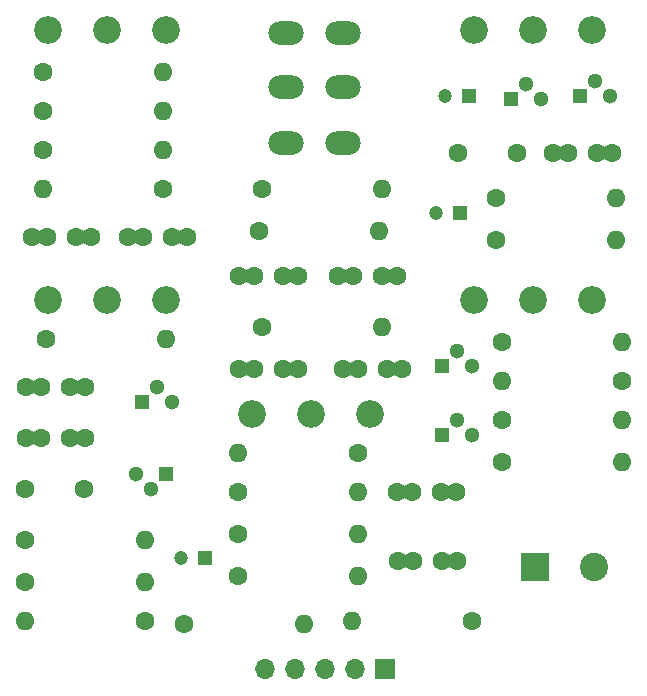
<source format=gbr>
G04 #@! TF.GenerationSoftware,KiCad,Pcbnew,7.0.11+dfsg-1build4*
G04 #@! TF.CreationDate,2026-02-26T20:41:32-05:00*
G04 #@! TF.ProjectId,tweed57,74776565-6435-4372-9e6b-696361645f70,rev?*
G04 #@! TF.SameCoordinates,Original*
G04 #@! TF.FileFunction,Soldermask,Top*
G04 #@! TF.FilePolarity,Negative*
%FSLAX46Y46*%
G04 Gerber Fmt 4.6, Leading zero omitted, Abs format (unit mm)*
G04 Created by KiCad (PCBNEW 7.0.11+dfsg-1build4) date 2026-02-26 20:41:32*
%MOMM*%
%LPD*%
G01*
G04 APERTURE LIST*
%ADD10R,2.400000X2.400000*%
%ADD11C,2.400000*%
%ADD12C,1.600000*%
%ADD13R,1.200000X1.200000*%
%ADD14C,1.200000*%
%ADD15R,1.300000X1.300000*%
%ADD16C,1.300000*%
%ADD17O,1.600000X1.600000*%
%ADD18C,2.340000*%
%ADD19O,3.000000X2.000000*%
%ADD20R,1.700000X1.700000*%
%ADD21O,1.700000X1.700000*%
G04 APERTURE END LIST*
D10*
X145288000Y-98044000D03*
D11*
X150288000Y-98044000D03*
D12*
X123972000Y-73406000D03*
X125222000Y-73406000D03*
X121472000Y-73406000D03*
X120222000Y-73406000D03*
X102108000Y-91440000D03*
X107108000Y-91440000D03*
X105938000Y-87122000D03*
X107188000Y-87122000D03*
X102188000Y-87122000D03*
X103438000Y-87122000D03*
X132354000Y-73406000D03*
X133604000Y-73406000D03*
X128604000Y-73406000D03*
X129854000Y-73406000D03*
D13*
X117348000Y-97282000D03*
D14*
X115348000Y-97282000D03*
D12*
X137434000Y-97536000D03*
X138684000Y-97536000D03*
X133684000Y-97536000D03*
X134934000Y-97536000D03*
X143764000Y-62992000D03*
X138764000Y-62992000D03*
X114574000Y-70104000D03*
X115824000Y-70104000D03*
X112074000Y-70104000D03*
X110824000Y-70104000D03*
X148062000Y-62992000D03*
X146812000Y-62992000D03*
X150562000Y-62992000D03*
X151812000Y-62992000D03*
D13*
X138938000Y-68072000D03*
D14*
X136938000Y-68072000D03*
D12*
X130282000Y-81280000D03*
X129032000Y-81280000D03*
X134032000Y-81280000D03*
X132782000Y-81280000D03*
X105938000Y-82804000D03*
X107188000Y-82804000D03*
X102188000Y-82804000D03*
X103438000Y-82804000D03*
X107696000Y-70104000D03*
X106446000Y-70104000D03*
X102696000Y-70104000D03*
X103946000Y-70104000D03*
X133604000Y-91694000D03*
X134854000Y-91694000D03*
X137354000Y-91694000D03*
X138604000Y-91694000D03*
X121472000Y-81280000D03*
X120222000Y-81280000D03*
X125222000Y-81280000D03*
X123972000Y-81280000D03*
D13*
X139700000Y-58166000D03*
D14*
X137700000Y-58166000D03*
D15*
X114046000Y-90170000D03*
D16*
X112776000Y-91440000D03*
X111506000Y-90170000D03*
D15*
X137414000Y-81026000D03*
D16*
X138684000Y-79756000D03*
X139954000Y-81026000D03*
D15*
X112014000Y-84074000D03*
D16*
X113284000Y-82804000D03*
X114554000Y-84074000D03*
D15*
X137414000Y-86868000D03*
D16*
X138684000Y-85598000D03*
X139954000Y-86868000D03*
D15*
X143256000Y-58420000D03*
D16*
X144526000Y-57150000D03*
X145796000Y-58420000D03*
D15*
X149098000Y-58166000D03*
D16*
X150368000Y-56896000D03*
X151638000Y-58166000D03*
D12*
X102108000Y-99314000D03*
D17*
X112268000Y-99314000D03*
D12*
X139954000Y-102616000D03*
D17*
X129794000Y-102616000D03*
D12*
X102108000Y-95758000D03*
D17*
X112268000Y-95758000D03*
D12*
X120142000Y-98806000D03*
D17*
X130302000Y-98806000D03*
D12*
X103632000Y-56134000D03*
D17*
X113792000Y-56134000D03*
D12*
X112268000Y-102616000D03*
D17*
X102108000Y-102616000D03*
D12*
X113792000Y-66040000D03*
D17*
X103632000Y-66040000D03*
D12*
X120142000Y-91694000D03*
D17*
X130302000Y-91694000D03*
D12*
X115570000Y-102870000D03*
D17*
X125730000Y-102870000D03*
D12*
X142494000Y-89154000D03*
D17*
X152654000Y-89154000D03*
D12*
X121920000Y-69596000D03*
D17*
X132080000Y-69596000D03*
D12*
X120142000Y-95250000D03*
D17*
X130302000Y-95250000D03*
D12*
X152654000Y-82296000D03*
D17*
X142494000Y-82296000D03*
D12*
X142494000Y-85598000D03*
D17*
X152654000Y-85598000D03*
D12*
X141986000Y-70358000D03*
D17*
X152146000Y-70358000D03*
D12*
X142494000Y-78994000D03*
D17*
X152654000Y-78994000D03*
D12*
X103886000Y-78740000D03*
D17*
X114046000Y-78740000D03*
D12*
X122174000Y-77724000D03*
D17*
X132334000Y-77724000D03*
D12*
X103632000Y-62738000D03*
D17*
X113792000Y-62738000D03*
D12*
X122174000Y-66040000D03*
D17*
X132334000Y-66040000D03*
D12*
X141986000Y-66802000D03*
D17*
X152146000Y-66802000D03*
D12*
X130302000Y-88392000D03*
D17*
X120142000Y-88392000D03*
D12*
X103632000Y-59436000D03*
D17*
X113792000Y-59436000D03*
D18*
X114046000Y-52578000D03*
X109046000Y-52578000D03*
X104046000Y-52578000D03*
X150114000Y-52578000D03*
X145114000Y-52578000D03*
X140114000Y-52578000D03*
X114046000Y-75438000D03*
X109046000Y-75438000D03*
X104046000Y-75438000D03*
X150114000Y-75438000D03*
X145114000Y-75438000D03*
X140114000Y-75438000D03*
D19*
X124206000Y-52768500D03*
X124206000Y-57404000D03*
X124206000Y-62103000D03*
X129032000Y-52768500D03*
X129032000Y-57404000D03*
X129032000Y-62103000D03*
D18*
X131318000Y-85090000D03*
X126318000Y-85090000D03*
X121318000Y-85090000D03*
D20*
X132588000Y-106680000D03*
D21*
X130048000Y-106680000D03*
X127508000Y-106680000D03*
X124968000Y-106680000D03*
X122428000Y-106680000D03*
M02*

</source>
